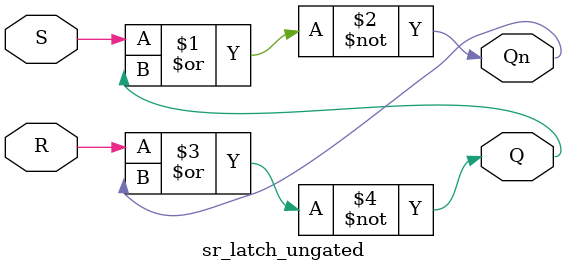
<source format=v>
module sr_latch_ungated(Q, Qn, S, R);
   output Q;
   output Qn;
   input  S;
   input  R;

   nor(Qn, S, Q);
   nor(Q, R, Qn);
endmodule 

</source>
